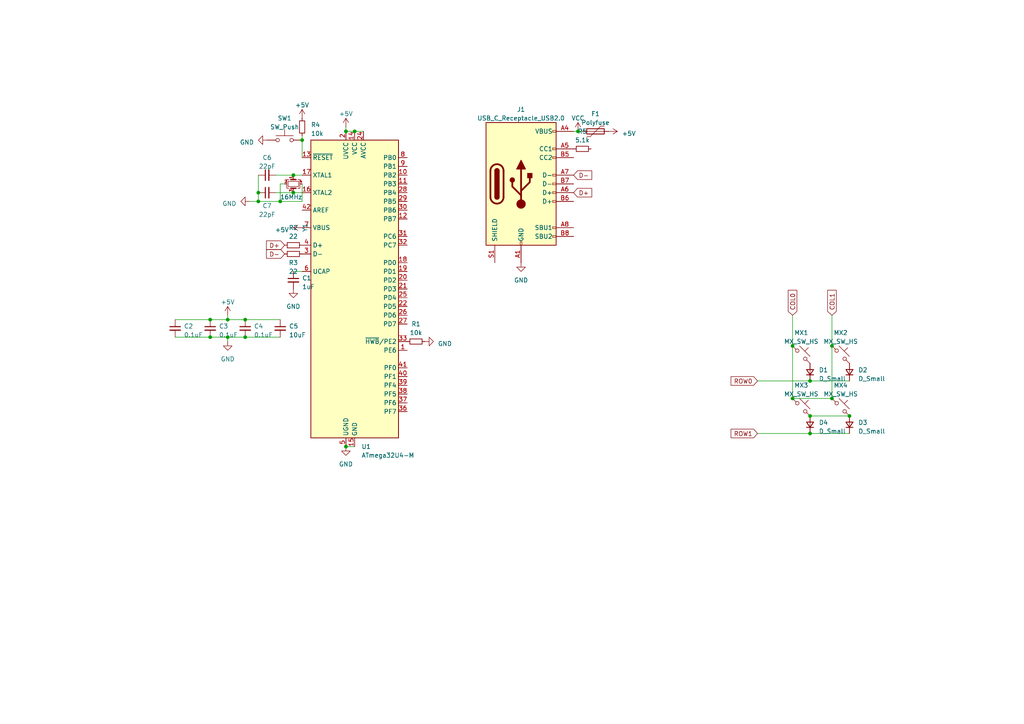
<source format=kicad_sch>
(kicad_sch (version 20230121) (generator eeschema)
  (paper "A4")
  (lib_symbols
    (symbol "Connector:USB_C_Receptacle_USB2.0" (pin_names (offset 1.016))
      (property "Reference" "J" (at -10.16 19.05 0))
      (property "Value" "USB_C_Receptacle_USB2.0" (at 19.05 19.05 0))
      (symbol "USB_C_Receptacle_USB2.0_0_0"
        (rectangle (start -0.254 -17.78) (end 0.254 -16.764))
        (rectangle (start 10.16 -14.986) (end 9.144 -15.494))
        (rectangle (start 10.16 -12.446) (end 9.144 -12.954))
        (rectangle (start 10.16 -4.826) (end 9.144 -5.334))
        (rectangle (start 10.16 -2.286) (end 9.144 -2.794))
        (rectangle (start 10.16 0.254) (end 9.144 -0.254))
        (rectangle (start 10.16 2.794) (end 9.144 2.286))
        (rectangle (start 10.16 7.874) (end 9.144 7.366))
        (rectangle (start 10.16 10.414) (end 9.144 9.906))
        (rectangle (start 10.16 15.494) (end 9.144 14.986))
      )
      (symbol "USB_C_Receptacle_USB2.0_0_1"
        (rectangle (start -10.16 17.78) (end 10.16 -17.78) (stroke (width 0.254)) (fill (type background)))
        (arc (start -8.89 -3.81) (mid -6.985 -5.7067) (end -5.08 -3.81) (stroke (width 0.508)))
        (arc (start -7.62 -3.81) (mid -6.985 -4.4423) (end -6.35 -3.81) (stroke (width 0.254)))
        (arc (start -7.62 -3.81) (mid -6.985 -4.4423) (end -6.35 -3.81) (stroke (width 0.254)) (fill (type outline)))
        (rectangle (start -7.62 -3.81) (end -6.35 3.81) (stroke (width 0.254)) (fill (type outline)))
        (arc (start -6.35 3.81) (mid -6.985 4.4423) (end -7.62 3.81) (stroke (width 0.254)))
        (arc (start -6.35 3.81) (mid -6.985 4.4423) (end -7.62 3.81) (stroke (width 0.254)) (fill (type outline)))
        (arc (start -5.08 3.81) (mid -6.985 5.7067) (end -8.89 3.81) (stroke (width 0.508)))
        (circle (center -2.54 1.143) (radius 0.635) (stroke (width 0.254)) (fill (type outline)))
        (circle (center 0 -5.842) (radius 1.27) (fill (type outline)))
        (polyline (pts (xy -8.89 -3.81) (xy -8.89 3.81)) (stroke (width 0.508)))
        (polyline (pts (xy -5.08 3.81) (xy -5.08 -3.81)) (stroke (width 0.508)))
        (polyline (pts (xy 0 -5.842) (xy 0 4.318)) (stroke (width 0.508)))
        (polyline (pts (xy 0 -3.302) (xy -2.54 -0.762) (xy -2.54 0.508)) (stroke (width 0.508)))
        (polyline (pts (xy 0 -2.032) (xy 2.54 0.508) (xy 2.54 1.778)) (stroke (width 0.508)))
        (polyline (pts (xy -1.27 4.318) (xy 0 6.858) (xy 1.27 4.318) (xy -1.27 4.318)) (stroke (width 0.254)) (fill (type outline)))
        (rectangle (start 1.905 1.778) (end 3.175 3.048) (stroke (width 0.254)) (fill (type outline)))
      )
      (symbol "USB_C_Receptacle_USB2.0_1_1"
        (pin passive line (at 0 -22.86 90) (length 5.08) (name "GND") (number "A1"))
        (pin passive line (at 0 -22.86 90) (length 5.08) hide (name "GND") (number "A12"))
        (pin passive line (at 15.24 15.24 180) (length 5.08) (name "VBUS") (number "A4"))
        (pin bidirectional line (at 15.24 10.16 180) (length 5.08) (name "CC1") (number "A5"))
        (pin bidirectional line (at 15.24 -2.54 180) (length 5.08) (name "D+") (number "A6"))
        (pin bidirectional line (at 15.24 2.54 180) (length 5.08) (name "D-") (number "A7"))
        (pin bidirectional line (at 15.24 -12.7 180) (length 5.08) (name "SBU1") (number "A8"))
        (pin passive line (at 15.24 15.24 180) (length 5.08) hide (name "VBUS") (number "A9"))
        (pin passive line (at 0 -22.86 90) (length 5.08) hide (name "GND") (number "B1"))
        (pin passive line (at 0 -22.86 90) (length 5.08) hide (name "GND") (number "B12"))
        (pin passive line (at 15.24 15.24 180) (length 5.08) hide (name "VBUS") (number "B4"))
        (pin bidirectional line (at 15.24 7.62 180) (length 5.08) (name "CC2") (number "B5"))
        (pin bidirectional line (at 15.24 -5.08 180) (length 5.08) (name "D+") (number "B6"))
        (pin bidirectional line (at 15.24 0 180) (length 5.08) (name "D-") (number "B7"))
        (pin bidirectional line (at 15.24 -15.24 180) (length 5.08) (name "SBU2") (number "B8"))
        (pin passive line (at 15.24 15.24 180) (length 5.08) hide (name "VBUS") (number "B9"))
        (pin passive line (at -7.62 -22.86 90) (length 5.08) (name "SHIELD") (number "S1"))
      )
    )
    (symbol "Device:C_Small" (pin_numbers hide) (pin_names (offset 0.254) hide)
      (property "Reference" "C" (at 0.254 1.778 0))
      (property "Value" "C_Small" (at 0.254 -2.032 0))
      (symbol "C_Small_0_1"
        (polyline (pts (xy -1.524 -0.508) (xy 1.524 -0.508)) (stroke (width 0.3302)))
        (polyline (pts (xy -1.524 0.508) (xy 1.524 0.508)) (stroke (width 0.3048)))
      )
      (symbol "C_Small_1_1"
        (pin passive line (at 0 2.54 270) (length 2.032) (name "~") (number "1"))
        (pin passive line (at 0 -2.54 90) (length 2.032) (name "~") (number "2"))
      )
    )
    (symbol "Device:Crystal_GND24_Small" (pin_names (offset 1.016) hide)
      (property "Reference" "Y" (at 1.27 4.445 0))
      (property "Value" "Crystal_GND24_Small" (at 1.27 2.54 0))
      (symbol "Crystal_GND24_Small_0_1"
        (rectangle (start -0.762 -1.524) (end 0.762 1.524))
        (polyline (pts (xy -1.27 -0.762) (xy -1.27 0.762)) (stroke (width 0.381)))
        (polyline (pts (xy 1.27 -0.762) (xy 1.27 0.762)) (stroke (width 0.381)))
        (polyline (pts (xy -1.27 -1.27) (xy -1.27 -1.905) (xy 1.27 -1.905) (xy 1.27 -1.27)))
        (polyline (pts (xy -1.27 1.27) (xy -1.27 1.905) (xy 1.27 1.905) (xy 1.27 1.27)))
      )
      (symbol "Crystal_GND24_Small_1_1"
        (pin passive line (at -2.54 0 0) (length 1.27) (name "1") (number "1"))
        (pin passive line (at 0 -2.54 90) (length 0.635) (name "2") (number "2"))
        (pin passive line (at 2.54 0 180) (length 1.27) (name "3") (number "3"))
        (pin passive line (at 0 2.54 270) (length 0.635) (name "4") (number "4"))
      )
    )
    (symbol "Device:D_Small" (pin_numbers hide) (pin_names (offset 0.254) hide)
      (property "Reference" "D" (at -1.27 2.032 0))
      (property "Value" "D_Small" (at -3.81 -2.032 0))
      (symbol "D_Small_0_1"
        (polyline (pts (xy -0.762 -1.016) (xy -0.762 1.016)) (stroke (width 0.254)))
        (polyline (pts (xy -0.762 0) (xy 0.762 0)))
        (polyline (pts (xy 0.762 -1.016) (xy -0.762 0) (xy 0.762 1.016) (xy 0.762 -1.016)) (stroke (width 0.254)))
      )
      (symbol "D_Small_1_1"
        (pin passive line (at -2.54 0 0) (length 1.778) (name "K") (number "1"))
        (pin passive line (at 2.54 0 180) (length 1.778) (name "A") (number "2"))
      )
    )
    (symbol "Device:Polyfuse" (pin_numbers hide) (pin_names (offset 0))
      (property "Reference" "F" (at -2.54 0 90))
      (property "Value" "Polyfuse" (at 2.54 0 90))
      (symbol "Polyfuse_0_1"
        (rectangle (start -0.762 2.54) (end 0.762 -2.54) (stroke (width 0.254)))
        (polyline (pts (xy 0 2.54) (xy 0 -2.54)))
        (polyline (pts (xy -1.524 2.54) (xy -1.524 1.524) (xy 1.524 -1.524) (xy 1.524 -2.54)))
      )
      (symbol "Polyfuse_1_1"
        (pin passive line (at 0 3.81 270) (length 1.27) (name "~") (number "1"))
        (pin passive line (at 0 -3.81 90) (length 1.27) (name "~") (number "2"))
      )
    )
    (symbol "Device:R_Small" (pin_numbers hide) (pin_names (offset 0.254) hide)
      (property "Reference" "R" (at 0.762 0.508 0))
      (property "Value" "R_Small" (at 0.762 -1.016 0))
      (symbol "R_Small_0_1"
        (rectangle (start -0.762 1.778) (end 0.762 -1.778) (stroke (width 0.2032)))
      )
      (symbol "R_Small_1_1"
        (pin passive line (at 0 2.54 270) (length 0.762) (name "~") (number "1"))
        (pin passive line (at 0 -2.54 90) (length 0.762) (name "~") (number "2"))
      )
    )
    (symbol "MCU_Microchip_ATmega:ATmega32U4-M"
      (property "Reference" "U" (at -12.7 44.45 0))
      (property "Value" "ATmega32U4-M" (at 2.54 -44.45 0))
      (symbol "ATmega32U4-M_0_1"
        (rectangle (start -12.7 -43.18) (end 12.7 43.18) (stroke (width 0.254)) (fill (type background)))
      )
      (symbol "ATmega32U4-M_1_1"
        (pin bidirectional line (at 15.24 -17.78 180) (length 2.54) (name "PE6") (number "1"))
        (pin bidirectional line (at 15.24 33.02 180) (length 2.54) (name "PB2") (number "10"))
        (pin bidirectional line (at 15.24 30.48 180) (length 2.54) (name "PB3") (number "11"))
        (pin bidirectional line (at 15.24 20.32 180) (length 2.54) (name "PB7") (number "12"))
        (pin input line (at -15.24 38.1 0) (length 2.54) (name "~{RESET}") (number "13"))
        (pin power_in line (at 0 45.72 270) (length 2.54) (name "VCC") (number "14"))
        (pin power_in line (at 0 -45.72 90) (length 2.54) (name "GND") (number "15"))
        (pin output line (at -15.24 27.94 0) (length 2.54) (name "XTAL2") (number "16"))
        (pin input line (at -15.24 33.02 0) (length 2.54) (name "XTAL1") (number "17"))
        (pin bidirectional line (at 15.24 7.62 180) (length 2.54) (name "PD0") (number "18"))
        (pin bidirectional line (at 15.24 5.08 180) (length 2.54) (name "PD1") (number "19"))
        (pin power_in line (at -2.54 45.72 270) (length 2.54) (name "UVCC") (number "2"))
        (pin bidirectional line (at 15.24 2.54 180) (length 2.54) (name "PD2") (number "20"))
        (pin bidirectional line (at 15.24 0 180) (length 2.54) (name "PD3") (number "21"))
        (pin bidirectional line (at 15.24 -5.08 180) (length 2.54) (name "PD5") (number "22"))
        (pin passive line (at 0 -45.72 90) (length 2.54) hide (name "GND") (number "23"))
        (pin power_in line (at 2.54 45.72 270) (length 2.54) (name "AVCC") (number "24"))
        (pin bidirectional line (at 15.24 -2.54 180) (length 2.54) (name "PD4") (number "25"))
        (pin bidirectional line (at 15.24 -7.62 180) (length 2.54) (name "PD6") (number "26"))
        (pin bidirectional line (at 15.24 -10.16 180) (length 2.54) (name "PD7") (number "27"))
        (pin bidirectional line (at 15.24 27.94 180) (length 2.54) (name "PB4") (number "28"))
        (pin bidirectional line (at 15.24 25.4 180) (length 2.54) (name "PB5") (number "29"))
        (pin bidirectional line (at -15.24 10.16 0) (length 2.54) (name "D-") (number "3"))
        (pin bidirectional line (at 15.24 22.86 180) (length 2.54) (name "PB6") (number "30"))
        (pin bidirectional line (at 15.24 15.24 180) (length 2.54) (name "PC6") (number "31"))
        (pin bidirectional line (at 15.24 12.7 180) (length 2.54) (name "PC7") (number "32"))
        (pin bidirectional line (at 15.24 -15.24 180) (length 2.54) (name "~{HWB}/PE2") (number "33"))
        (pin passive line (at 0 45.72 270) (length 2.54) hide (name "VCC") (number "34"))
        (pin passive line (at 0 -45.72 90) (length 2.54) hide (name "GND") (number "35"))
        (pin bidirectional line (at 15.24 -35.56 180) (length 2.54) (name "PF7") (number "36"))
        (pin bidirectional line (at 15.24 -33.02 180) (length 2.54) (name "PF6") (number "37"))
        (pin bidirectional line (at 15.24 -30.48 180) (length 2.54) (name "PF5") (number "38"))
        (pin bidirectional line (at 15.24 -27.94 180) (length 2.54) (name "PF4") (number "39"))
        (pin bidirectional line (at -15.24 12.7 0) (length 2.54) (name "D+") (number "4"))
        (pin bidirectional line (at 15.24 -25.4 180) (length 2.54) (name "PF1") (number "40"))
        (pin bidirectional line (at 15.24 -22.86 180) (length 2.54) (name "PF0") (number "41"))
        (pin passive line (at -15.24 22.86 0) (length 2.54) (name "AREF") (number "42"))
        (pin passive line (at 0 -45.72 90) (length 2.54) hide (name "GND") (number "43"))
        (pin passive line (at 2.54 45.72 270) (length 2.54) hide (name "AVCC") (number "44"))
        (pin passive line (at 0 -45.72 90) (length 2.54) hide (name "GND") (number "45"))
        (pin passive line (at -2.54 -45.72 90) (length 2.54) (name "UGND") (number "5"))
        (pin passive line (at -15.24 5.08 0) (length 2.54) (name "UCAP") (number "6"))
        (pin input line (at -15.24 17.78 0) (length 2.54) (name "VBUS") (number "7"))
        (pin bidirectional line (at 15.24 38.1 180) (length 2.54) (name "PB0") (number "8"))
        (pin bidirectional line (at 15.24 35.56 180) (length 2.54) (name "PB1") (number "9"))
      )
    )
    (symbol "PCM_marbastlib-mx:MX_SW_HS" (pin_numbers hide) (pin_names (offset 1.016) hide)
      (property "Reference" "MX" (at 3.048 1.016 0))
      (property "Value" "MX_SW_HS" (at 0 -3.81 0))
      (symbol "MX_SW_HS_0_1"
        (circle (center -1.1684 1.1684) (radius 0.508))
        (polyline (pts (xy -0.508 2.54) (xy 2.54 -0.508)))
        (polyline (pts (xy 1.016 1.016) (xy 2.032 2.032)))
        (polyline (pts (xy -2.54 2.54) (xy -1.524 1.524) (xy -1.524 1.524)))
        (polyline (pts (xy 1.524 -1.524) (xy 2.54 -2.54) (xy 2.54 -2.54) (xy 2.54 -2.54)))
        (circle (center 1.143 -1.1938) (radius 0.508))
        (pin passive line (at -2.54 2.54 0) (length 0) (name "1") (number "1"))
        (pin passive line (at 2.54 -2.54 180) (length 0) (name "2") (number "2"))
      )
    )
    (symbol "Switch:SW_Push" (pin_numbers hide) (pin_names (offset 1.016) hide)
      (property "Reference" "SW" (at 1.27 2.54 0))
      (property "Value" "SW_Push" (at 0 -1.524 0))
      (symbol "SW_Push_0_1"
        (circle (center -2.032 0) (radius 0.508))
        (polyline (pts (xy 0 1.27) (xy 0 3.048)))
        (polyline (pts (xy 2.54 1.27) (xy -2.54 1.27)))
        (circle (center 2.032 0) (radius 0.508))
        (pin passive line (at -5.08 0 0) (length 2.54) (name "1") (number "1"))
        (pin passive line (at 5.08 0 180) (length 2.54) (name "2") (number "2"))
      )
    )
    (symbol "power:+5V" (power) (pin_names (offset 0))
      (property "Value" "+5V" (at 0 3.556 0))
      (symbol "+5V_0_1"
        (polyline (pts (xy -0.762 1.27) (xy 0 2.54)))
        (polyline (pts (xy 0 0) (xy 0 2.54)))
        (polyline (pts (xy 0 2.54) (xy 0.762 1.27)))
      )
      (symbol "+5V_1_1"
        (pin power_in line (at 0 0 90) (length 0) hide (name "+5V") (number "1"))
      )
    )
    (symbol "power:GND" (power) (pin_names (offset 0))
      (property "Value" "GND" (at 0 -3.81 0))
      (symbol "GND_0_1"
        (polyline (pts (xy 0 0) (xy 0 -1.27) (xy 1.27 -1.27) (xy 0 -2.54) (xy -1.27 -1.27) (xy 0 -1.27)))
      )
      (symbol "GND_1_1"
        (pin power_in line (at 0 0 270) (length 0) hide (name "GND") (number "1"))
      )
    )
    (symbol "power:VCC" (power) (pin_names (offset 0))
      (property "Value" "VCC" (at 0 3.81 0))
      (symbol "VCC_0_1"
        (polyline (pts (xy -0.762 1.27) (xy 0 2.54)))
        (polyline (pts (xy 0 0) (xy 0 2.54)))
        (polyline (pts (xy 0 2.54) (xy 0.762 1.27)))
      )
      (symbol "VCC_1_1"
        (pin power_in line (at 0 0 90) (length 0) hide (name "VCC") (number "1"))
      )
    )
  )
  (junction (at 229.87 115.57))
  (junction (at 100.33 129.54))
  (junction (at 167.64 38.1))
  (junction (at 66.04 92.71))
  (junction (at 60.96 97.79))
  (junction (at 60.96 92.71))
  (junction (at 85.09 50.8))
  (junction (at 229.87 100.33))
  (junction (at 246.38 120.65))
  (junction (at 102.87 38.1))
  (junction (at 234.95 110.49))
  (junction (at 85.09 55.88))
  (junction (at 234.95 125.73))
  (junction (at 234.95 120.65))
  (junction (at 66.04 97.79))
  (junction (at 74.93 55.88))
  (junction (at 100.33 38.1))
  (junction (at 71.12 92.71))
  (junction (at 241.3 100.33))
  (junction (at 71.12 97.79))
  (junction (at 241.3 115.57))
  (junction (at 87.63 40.64))
  (junction (at 81.28 58.42))
  (junction (at 74.93 58.42))
  (wire (pts (xy 100.33 129.54) (xy 102.87 129.54)))
  (wire (pts (xy 71.12 92.71) (xy 81.28 92.71)))
  (wire (pts (xy 241.3 115.57) (xy 241.3 100.33)))
  (wire (pts (xy 229.87 91.44) (xy 229.87 100.33)))
  (wire (pts (xy 66.04 97.79) (xy 66.04 99.06)))
  (wire (pts (xy 85.09 78.74) (xy 87.63 78.74)))
  (wire (pts (xy 87.63 39.37) (xy 87.63 40.64)))
  (wire (pts (xy 74.93 58.42) (xy 72.39 58.42)))
  (wire (pts (xy 87.63 53.34) (xy 87.63 58.42)))
  (wire (pts (xy 234.95 125.73) (xy 219.71 125.73)))
  (wire (pts (xy 87.63 58.42) (xy 81.28 58.42)))
  (wire (pts (xy 234.95 125.73) (xy 246.38 125.73)))
  (wire (pts (xy 234.95 110.49) (xy 246.38 110.49)))
  (wire (pts (xy 85.09 55.88) (xy 87.63 55.88)))
  (wire (pts (xy 81.28 53.34) (xy 82.55 53.34)))
  (wire (pts (xy 66.04 92.71) (xy 71.12 92.71)))
  (wire (pts (xy 87.63 40.64) (xy 87.63 45.72)))
  (wire (pts (xy 167.64 38.1) (xy 168.91 38.1)))
  (wire (pts (xy 60.96 97.79) (xy 66.04 97.79)))
  (wire (pts (xy 241.3 91.44) (xy 241.3 100.33)))
  (wire (pts (xy 246.38 120.65) (xy 234.95 120.65)))
  (wire (pts (xy 229.87 100.33) (xy 229.87 115.57)))
  (wire (pts (xy 85.09 50.8) (xy 87.63 50.8)))
  (wire (pts (xy 166.37 38.1) (xy 167.64 38.1)))
  (wire (pts (xy 66.04 91.44) (xy 66.04 92.71)))
  (wire (pts (xy 50.8 92.71) (xy 60.96 92.71)))
  (wire (pts (xy 100.33 38.1) (xy 102.87 38.1)))
  (wire (pts (xy 74.93 55.88) (xy 74.93 58.42)))
  (wire (pts (xy 102.87 38.1) (xy 105.41 38.1)))
  (wire (pts (xy 74.93 50.8) (xy 74.93 55.88)))
  (wire (pts (xy 80.01 55.88) (xy 85.09 55.88)))
  (wire (pts (xy 71.12 97.79) (xy 81.28 97.79)))
  (wire (pts (xy 66.04 97.79) (xy 71.12 97.79)))
  (wire (pts (xy 219.71 110.49) (xy 234.95 110.49)))
  (wire (pts (xy 81.28 58.42) (xy 81.28 53.34)))
  (wire (pts (xy 229.87 115.57) (xy 241.3 115.57)))
  (wire (pts (xy 60.96 92.71) (xy 66.04 92.71)))
  (wire (pts (xy 100.33 36.83) (xy 100.33 38.1)))
  (wire (pts (xy 74.93 58.42) (xy 81.28 58.42)))
  (wire (pts (xy 80.01 50.8) (xy 85.09 50.8)))
  (wire (pts (xy 50.8 97.79) (xy 60.96 97.79)))
  (global_label "D+" (shape input) (at 166.37 55.88 0) (property "Intersheetrefs" "${INTERSHEET_REFS}" (effects hide)))
  (global_label "COL1" (shape input) (at 241.3 91.44 90) (property "Intersheetrefs" "${INTERSHEET_REFS}" (effects hide)))
  (global_label "D-" (shape input) (at 82.55 73.66 180) (property "Intersheetrefs" "${INTERSHEET_REFS}" (effects hide)))
  (global_label "D+" (shape input) (at 82.55 71.12 180) (property "Intersheetrefs" "${INTERSHEET_REFS}" (effects hide)))
  (global_label "COL0" (shape input) (at 229.87 91.44 90) (property "Intersheetrefs" "${INTERSHEET_REFS}" (effects hide)))
  (global_label "D-" (shape input) (at 166.37 50.8 0) (property "Intersheetrefs" "${INTERSHEET_REFS}" (effects hide)))
  (global_label "ROW1" (shape input) (at 219.71 125.73 180) (property "Intersheetrefs" "${INTERSHEET_REFS}" (effects hide)))
  (global_label "ROW0" (shape input) (at 219.71 110.49 180) (property "Intersheetrefs" "${INTERSHEET_REFS}" (effects hide)))
  (symbol (lib_id "Device:R_Small") (at 168.91 43.18 90) (unit 1)
    (property "Reference" "R5" (at 168.91 38.1 90))
    (property "Value" "5.1k" (at 168.91 40.64 90))
    (property "Footprint" "Resistor_SMD:R_0805_2012Metric" (effects hide))
  )
  (symbol (lib_id "Device:C_Small") (at 85.09 81.28 0) (unit 1)
    (property "Reference" "C1" (at 87.63 80.6513 0) (effects (justify left)))
    (property "Value" "1uF" (at 87.63 83.1913 0) (effects (justify left)))
    (property "Footprint" "Capacitor_SMD:C_0805_2012Metric" (effects hide))
  )
  (symbol (lib_id "power:GND") (at 77.47 40.64 270) (unit 1)
    (property "Reference" "#PWR09" (effects hide))
    (property "Value" "GND" (at 73.66 41.275 90) (effects (justify right)))
  )
  (symbol (lib_id "power:+5V") (at 87.63 34.29 0) (unit 1)
    (property "Reference" "#PWR010" (effects hide))
    (property "Value" "+5V" (at 87.63 30.48 0))
  )
  (symbol (lib_id "Device:D_Small") (at 234.95 123.19 90) (unit 1)
    (property "Reference" "D4" (at 237.49 122.555 90) (effects (justify right)))
    (property "Value" "D_Small" (at 237.49 125.095 90) (effects (justify right)))
    (property "Footprint" "Diode_SMD:D_SOD-123" (effects hide))
    (property "Sim.Device" "D" (effects hide))
    (property "Sim.Pins" "1=K 2=A" (effects hide))
  )
  (symbol (lib_id "Device:C_Small") (at 81.28 95.25 0) (unit 1)
    (property "Reference" "C5" (at 83.82 94.6213 0) (effects (justify left)))
    (property "Value" "10uF" (at 83.82 97.1613 0) (effects (justify left)))
    (property "Footprint" "Capacitor_SMD:C_0805_2012Metric" (effects hide))
  )
  (symbol (lib_id "Device:D_Small") (at 246.38 107.95 90) (unit 1)
    (property "Reference" "D2" (at 248.92 107.315 90) (effects (justify right)))
    (property "Value" "D_Small" (at 248.92 109.855 90) (effects (justify right)))
    (property "Footprint" "Diode_SMD:D_SOD-123" (effects hide))
    (property "Sim.Device" "D" (effects hide))
    (property "Sim.Pins" "1=K 2=A" (effects hide))
  )
  (symbol (lib_id "power:GND") (at 123.19 99.06 90) (unit 1)
    (property "Reference" "#PWR03" (effects hide))
    (property "Value" "GND" (at 127 99.695 90) (effects (justify right)))
  )
  (symbol (lib_id "power:+5V") (at 176.53 38.1 270) (unit 1)
    (property "Reference" "#PWR012" (effects hide))
    (property "Value" "+5V" (at 180.34 38.735 90) (effects (justify left)))
  )
  (symbol (lib_id "Switch:SW_Push") (at 82.55 40.64 0) (unit 1)
    (property "Reference" "SW1" (at 82.55 34.29 0))
    (property "Value" "SW_Push" (at 82.55 36.83 0))
    (property "Footprint" "random-keyboard-parts:SKQG-1155865" (effects hide))
  )
  (symbol (lib_id "Device:Crystal_GND24_Small") (at 85.09 53.34 270) (unit 1)
    (property "Reference" "Y1" (at 88.5189 66.04 0))
    (property "Value" "16MHz" (at 84.455 57.15 90))
    (property "Footprint" "Crystal:Crystal_SMD_3225-4Pin_3.2x2.5mm" (effects hide))
  )
  (symbol (lib_id "Device:D_Small") (at 246.38 123.19 90) (unit 1)
    (property "Reference" "D3" (at 248.92 122.555 90) (effects (justify right)))
    (property "Value" "D_Small" (at 248.92 125.095 90) (effects (justify right)))
    (property "Footprint" "Diode_SMD:D_SOD-123" (effects hide))
    (property "Sim.Device" "D" (effects hide))
    (property "Sim.Pins" "1=K 2=A" (effects hide))
  )
  (symbol (lib_id "Device:R_Small") (at 85.09 71.12 90) (unit 1)
    (property "Reference" "R2" (at 85.09 66.04 90))
    (property "Value" "22" (at 85.09 68.58 90))
    (property "Footprint" "Resistor_SMD:R_0805_2012Metric" (effects hide))
  )
  (symbol (lib_id "MCU_Microchip_ATmega:ATmega32U4-M") (at 102.87 83.82 0) (unit 1)
    (property "Reference" "U1" (at 104.8259 129.54 0) (effects (justify left)))
    (property "Value" "ATmega32U4-M" (at 104.8259 132.08 0) (effects (justify left)))
    (property "Footprint" "Package_DFN_QFN:QFN-44-1EP_7x7mm_P0.5mm_EP5.2x5.2mm" (effects hide))
    (property "Datasheet" "http://ww1.microchip.com/downloads/en/DeviceDoc/Atmel-7766-8-bit-AVR-ATmega16U4-32U4_Datasheet.pdf" (effects hide))
  )
  (symbol (lib_id "power:GND") (at 100.33 129.54 0) (unit 1)
    (property "Reference" "#PWR02" (effects hide))
    (property "Value" "GND" (at 100.33 134.62 0))
  )
  (symbol (lib_id "Connector:USB_C_Receptacle_USB2.0") (at 151.13 53.34 0) (unit 1)
    (property "Reference" "J1" (at 151.13 31.75 0))
    (property "Value" "USB_C_Receptacle_USB2.0" (at 151.13 34.29 0))
    (property "Datasheet" "https://www.usb.org/sites/default/files/documents/usb_type-c.zip" (effects hide))
  )
  (symbol (lib_id "Device:R_Small") (at 120.65 99.06 270) (unit 1)
    (property "Reference" "R1" (at 120.65 93.98 90))
    (property "Value" "10k" (at 120.65 96.52 90))
    (property "Footprint" "Resistor_SMD:R_0805_2012Metric" (effects hide))
  )
  (symbol (lib_id "PCM_marbastlib-mx:MX_SW_HS") (at 243.84 118.11 0) (unit 1)
    (property "Reference" "MX4" (at 243.84 111.76 0))
    (property "Value" "MX_SW_HS" (at 243.84 114.3 0))
    (property "Footprint" "PCM_marbastlib-mx:SW_MX_HS_1u" (effects hide))
  )
  (symbol (lib_id "PCM_marbastlib-mx:MX_SW_HS") (at 232.41 102.87 0) (unit 1)
    (property "Reference" "MX1" (at 232.41 96.52 0))
    (property "Value" "MX_SW_HS" (at 232.41 99.06 0))
    (property "Footprint" "PCM_marbastlib-mx:SW_MX_HS_1u" (effects hide))
  )
  (symbol (lib_id "power:+5V") (at 87.63 66.04 90) (unit 1)
    (property "Reference" "#PWR07" (effects hide))
    (property "Value" "+5V" (at 83.82 66.675 90) (effects (justify left)))
  )
  (symbol (lib_id "power:GND") (at 85.09 83.82 0) (unit 1)
    (property "Reference" "#PWR04" (effects hide))
    (property "Value" "GND" (at 85.09 88.9 0))
  )
  (symbol (lib_id "Device:C_Small") (at 71.12 95.25 0) (unit 1)
    (property "Reference" "C4" (at 73.66 94.6213 0) (effects (justify left)))
    (property "Value" "0.1uF" (at 73.66 97.1613 0) (effects (justify left)))
    (property "Footprint" "Capacitor_SMD:C_0805_2012Metric" (effects hide))
  )
  (symbol (lib_id "Device:C_Small") (at 77.47 55.88 90) (unit 1)
    (property "Reference" "C7" (at 77.47 59.69 90))
    (property "Value" "22pF" (at 77.47 62.23 90))
    (property "Footprint" "Capacitor_SMD:C_0805_2012Metric" (effects hide))
  )
  (symbol (lib_id "PCM_marbastlib-mx:MX_SW_HS") (at 243.84 102.87 0) (unit 1)
    (property "Reference" "MX2" (at 243.84 96.52 0))
    (property "Value" "MX_SW_HS" (at 243.84 99.06 0))
    (property "Footprint" "PCM_marbastlib-mx:SW_MX_HS_1u" (effects hide))
  )
  (symbol (lib_id "Device:C_Small") (at 50.8 95.25 0) (unit 1)
    (property "Reference" "C2" (at 53.34 94.6213 0) (effects (justify left)))
    (property "Value" "0.1uF" (at 53.34 97.1613 0) (effects (justify left)))
    (property "Footprint" "Capacitor_SMD:C_0805_2012Metric" (effects hide))
  )
  (symbol (lib_id "Device:D_Small") (at 234.95 107.95 90) (unit 1)
    (property "Reference" "D1" (at 237.49 107.315 90) (effects (justify right)))
    (property "Value" "D_Small" (at 237.49 109.855 90) (effects (justify right)))
    (property "Footprint" "Diode_SMD:D_SOD-123" (effects hide))
    (property "Sim.Device" "D" (effects hide))
    (property "Sim.Pins" "1=K 2=A" (effects hide))
  )
  (symbol (lib_id "PCM_marbastlib-mx:MX_SW_HS") (at 232.41 118.11 0) (unit 1)
    (property "Reference" "MX3" (at 232.41 111.76 0))
    (property "Value" "MX_SW_HS" (at 232.41 114.3 0))
    (property "Footprint" "PCM_marbastlib-mx:SW_MX_HS_1u" (effects hide))
  )
  (symbol (lib_id "power:VCC") (at 167.64 38.1 0) (unit 1)
    (property "Reference" "#PWR011" (effects hide))
    (property "Value" "VCC" (at 167.64 34.29 0))
  )
  (symbol (lib_id "power:GND") (at 72.39 58.42 270) (unit 1)
    (property "Reference" "#PWR08" (effects hide))
    (property "Value" "GND" (at 68.58 59.055 90) (effects (justify right)))
  )
  (symbol (lib_id "Device:C_Small") (at 77.47 50.8 90) (unit 1)
    (property "Reference" "C6" (at 77.4763 45.72 90))
    (property "Value" "22pF" (at 77.4763 48.26 90))
    (property "Footprint" "Capacitor_SMD:C_0805_2012Metric" (effects hide))
  )
  (symbol (lib_id "power:GND") (at 151.13 76.2 0) (unit 1)
    (property "Reference" "#PWR013" (effects hide))
    (property "Value" "GND" (at 151.13 81.28 0))
  )
  (symbol (lib_id "power:+5V") (at 100.33 36.83 0) (unit 1)
    (property "Reference" "#PWR01" (effects hide))
    (property "Value" "+5V" (at 100.33 33.02 0))
  )
  (symbol (lib_id "power:GND") (at 66.04 99.06 0) (unit 1)
    (property "Reference" "#PWR06" (effects hide))
    (property "Value" "GND" (at 66.04 104.14 0))
  )
  (symbol (lib_id "power:+5V") (at 66.04 91.44 0) (unit 1)
    (property "Reference" "#PWR05" (effects hide))
    (property "Value" "+5V" (at 66.04 87.63 0))
  )
  (symbol (lib_id "Device:R_Small") (at 87.63 36.83 0) (unit 1)
    (property "Reference" "R4" (at 90.17 36.195 0) (effects (justify left)))
    (property "Value" "10k" (at 90.17 38.735 0) (effects (justify left)))
    (property "Footprint" "Resistor_SMD:R_0805_2012Metric" (effects hide))
  )
  (symbol (lib_id "Device:Polyfuse") (at 172.72 38.1 90) (unit 1)
    (property "Reference" "F1" (at 172.72 33.02 90))
    (property "Value" "Polyfuse" (at 172.72 35.56 90))
    (property "Footprint" "Fuse:Fuse_1206_3216Metric" (effects hide))
  )
  (symbol (lib_id "Device:C_Small") (at 60.96 95.25 0) (unit 1)
    (property "Reference" "C3" (at 63.5 94.6213 0) (effects (justify left)))
    (property "Value" "0.1uF" (at 63.5 97.1613 0) (effects (justify left)))
    (property "Footprint" "Capacitor_SMD:C_0805_2012Metric" (effects hide))
  )
  (symbol (lib_id "Device:R_Small") (at 85.09 73.66 90) (unit 1)
    (property "Reference" "R3" (at 85.09 76.2 90))
    (property "Value" "22" (at 85.09 78.74 90))
    (property "Footprint" "Resistor_SMD:R_0805_2012Metric" (effects hide))
  )
)
</source>
